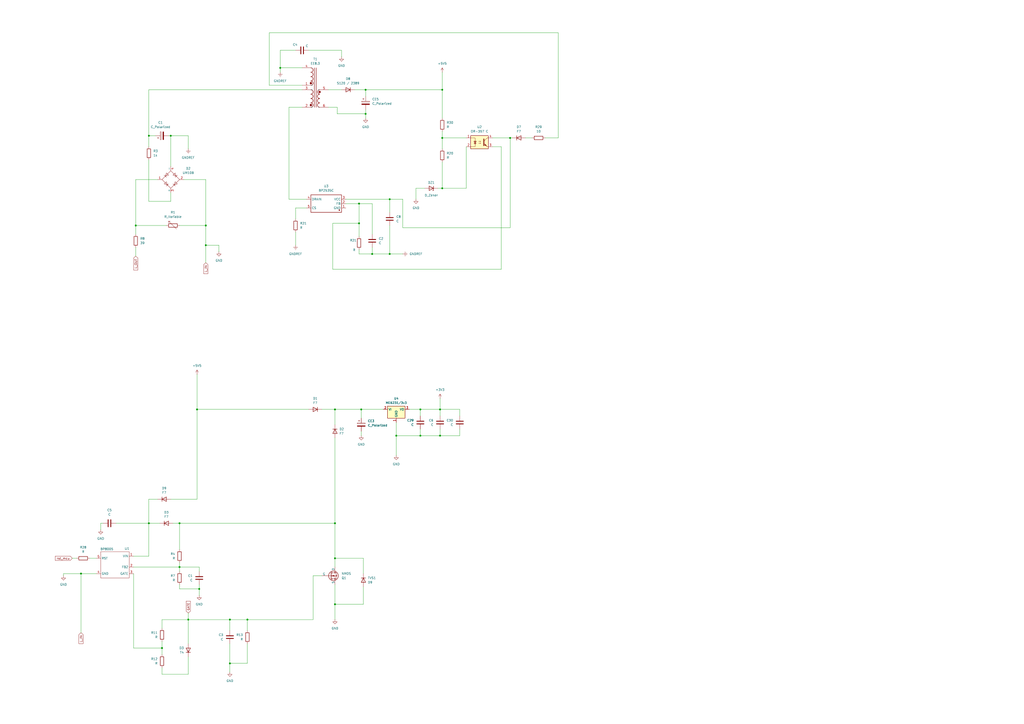
<source format=kicad_sch>
(kicad_sch (version 20250114) (generator "eeschema") (generator_version "9.0")
  (paper "A2")
  (lib_symbols
    (symbol "BP8005:BP2535C"
      (property "Reference" "U?" (at 0 0 0))
      (property "Value" "BP2535C" (at 0 0 0))
      (symbol "BP2535C_0_0"
        (rectangle (start -8.89 5.08) (end 8.89 -5.08) (stroke (width 0.254)))
        (circle (center -7.62 3.81) (radius 0.254) (stroke (width 0.254)) (fill (type outline)))
        (pin unspecified line (at -11.43 2.54 0) (length 2.54) (name "GND") (number "1"))
        (pin unspecified line (at -11.43 0 0) (length 2.54) (name "FB") (number "2"))
        (pin unspecified line (at -11.43 -2.54 0) (length 2.54) (name "VCC") (number "3"))
        (pin unspecified line (at 11.43 2.54 180) (length 2.54) (name "CS") (number "5"))
        (pin unspecified line (at 11.43 -2.54 180) (length 2.54) (name "DRAIN") (number "4"))
      )
    )
    (symbol "BP8005:BP8005"
      (property "Reference" "U" (at 0 0 0))
      (symbol "BP8005_0_1"
        (rectangle (start -7.62 -2.54) (end 8.89 -17.78))
      )
      (symbol "BP8005_1_1"
        (pin passive line (at -10.16 -5.08 0) (length 2.54) (name "VIN") (number "1"))
        (pin passive line (at -10.16 -11.43 0) (length 2.54) (name "FB2") (number "2"))
        (pin passive line (at -10.16 -15.24 0) (length 2.54) (name "GATE") (number "3"))
        (pin passive line (at 11.43 -6.35 180) (length 2.54) (name "RST") (number "5"))
        (pin passive line (at 11.43 -15.24 180) (length 2.54) (name "GND") (number "4"))
      )
    )
    (symbol "Device:C" (pin_numbers (hide yes)) (pin_names (offset 0.254))
      (property "Reference" "C" (at 0.635 2.54 0))
      (property "Value" "C" (at 0.635 -2.54 0))
      (symbol "C_0_1"
        (polyline (pts (xy -2.032 0.762) (xy 2.032 0.762)) (stroke (width 0.508)))
        (polyline (pts (xy -2.032 -0.762) (xy 2.032 -0.762)) (stroke (width 0.508)))
      )
      (symbol "C_1_1"
        (pin passive line (at 0 3.81 270) (length 2.794) (name "~") (number "1"))
        (pin passive line (at 0 -3.81 90) (length 2.794) (name "~") (number "2"))
      )
    )
    (symbol "Device:C_Polarized" (pin_numbers (hide yes)) (pin_names (offset 0.254))
      (property "Reference" "C" (at 0.635 2.54 0))
      (property "Value" "C_Polarized" (at 0.635 -2.54 0))
      (symbol "C_Polarized_0_1"
        (rectangle (start -2.286 0.508) (end 2.286 1.016))
        (polyline (pts (xy -1.778 2.286) (xy -0.762 2.286)))
        (polyline (pts (xy -1.27 2.794) (xy -1.27 1.778)))
        (rectangle (start 2.286 -0.508) (end -2.286 -1.016) (fill (type outline)))
      )
      (symbol "C_Polarized_1_1"
        (pin passive line (at 0 3.81 270) (length 2.794) (name "~") (number "1"))
        (pin passive line (at 0 -3.81 90) (length 2.794) (name "~") (number "2"))
      )
    )
    (symbol "Device:D" (pin_numbers (hide yes)) (pin_names (offset 1.016) (hide yes))
      (property "Reference" "D" (at 0 2.54 0))
      (property "Value" "D" (at 0 -2.54 0))
      (symbol "D_0_1"
        (polyline (pts (xy -1.27 1.27) (xy -1.27 -1.27)) (stroke (width 0.254)))
        (polyline (pts (xy 1.27 1.27) (xy 1.27 -1.27) (xy -1.27 0) (xy 1.27 1.27)) (stroke (width 0.254)))
        (polyline (pts (xy 1.27 0) (xy -1.27 0)))
      )
      (symbol "D_1_1"
        (pin passive line (at -3.81 0 0) (length 2.54) (name "K") (number "1"))
        (pin passive line (at 3.81 0 180) (length 2.54) (name "A") (number "2"))
      )
    )
    (symbol "Device:D_Zener" (pin_numbers (hide yes)) (pin_names (offset 1.016) (hide yes))
      (property "Reference" "D" (at 0 2.54 0))
      (property "Value" "D_Zener" (at 0 -2.54 0))
      (symbol "D_Zener_0_1"
        (polyline (pts (xy -1.27 -1.27) (xy -1.27 1.27) (xy -0.762 1.27)) (stroke (width 0.254)))
        (polyline (pts (xy 1.27 0) (xy -1.27 0)))
        (polyline (pts (xy 1.27 -1.27) (xy 1.27 1.27) (xy -1.27 0) (xy 1.27 -1.27)) (stroke (width 0.254)))
      )
      (symbol "D_Zener_1_1"
        (pin passive line (at -3.81 0 0) (length 2.54) (name "K") (number "1"))
        (pin passive line (at 3.81 0 180) (length 2.54) (name "A") (number "2"))
      )
    )
    (symbol "Device:R" (pin_numbers (hide yes)) (pin_names (offset 0))
      (property "Reference" "R" (at 2.032 0 90))
      (property "Value" "R" (at 0 0 90))
      (symbol "R_0_1"
        (rectangle (start -1.016 -2.54) (end 1.016 2.54) (stroke (width 0.254)))
      )
      (symbol "R_1_1"
        (pin passive line (at 0 3.81 270) (length 1.27) (name "~") (number "1"))
        (pin passive line (at 0 -3.81 90) (length 1.27) (name "~") (number "2"))
      )
    )
    (symbol "Device:R_Variable" (pin_numbers (hide yes)) (pin_names (offset 0))
      (property "Reference" "R" (at 2.54 -2.54 90))
      (property "Value" "R_Variable" (at -2.54 -1.27 90))
      (symbol "R_Variable_0_1"
        (rectangle (start -1.016 -2.54) (end 1.016 2.54) (stroke (width 0.254)))
        (polyline (pts (xy 2.54 1.524) (xy 2.54 2.54) (xy 1.524 2.54) (xy 2.54 2.54) (xy -2.032 -2.032)))
      )
      (symbol "R_Variable_1_1"
        (pin passive line (at 0 3.81 270) (length 1.27) (name "~") (number "1"))
        (pin passive line (at 0 -3.81 90) (length 1.27) (name "~") (number "2"))
      )
    )
    (symbol "Diode_Bridge:RMB4S" (pin_names (offset 0))
      (property "Reference" "D" (at 2.54 6.985 0))
      (property "Value" "RMB4S" (at 2.54 5.08 0))
      (symbol "RMB4S_0_1"
        (polyline (pts (xy -5.08 0) (xy 0 -5.08) (xy 5.08 0) (xy 0 5.08) (xy -5.08 0)))
        (polyline (pts (xy -3.81 2.54) (xy -2.54 1.27) (xy -1.905 3.175) (xy -3.81 2.54)))
        (polyline (pts (xy -2.54 3.81) (xy -1.27 2.54)))
        (polyline (pts (xy -2.54 -1.27) (xy -3.81 -2.54) (xy -1.905 -3.175) (xy -2.54 -1.27)))
        (polyline (pts (xy -1.27 -2.54) (xy -2.54 -3.81)))
        (polyline (pts (xy 1.27 2.54) (xy 2.54 3.81) (xy 3.175 1.905) (xy 1.27 2.54)))
        (polyline (pts (xy 2.54 1.27) (xy 3.81 2.54)))
        (polyline (pts (xy 2.54 -1.27) (xy 3.81 -2.54)))
        (polyline (pts (xy 3.175 -1.905) (xy 1.27 -2.54) (xy 2.54 -3.81) (xy 3.175 -1.905)))
      )
      (symbol "RMB4S_1_1"
        (pin passive line (at -7.62 0 0) (length 2.54) (name "-") (number "4"))
        (pin passive line (at 0 7.62 270) (length 2.54) (name "~") (number "2"))
        (pin passive line (at 0 -7.62 90) (length 2.54) (name "~") (number "1"))
        (pin passive line (at 7.62 0 180) (length 2.54) (name "+") (number "3"))
      )
    )
    (symbol "Isolator:SFH617A-1" (pin_names (offset 1.016))
      (property "Reference" "U" (at -5.08 5.08 0))
      (property "Value" "SFH617A-1" (at 0 5.08 0))
      (symbol "SFH617A-1_0_1"
        (rectangle (start -5.08 3.81) (end 5.08 -3.81) (stroke (width 0.254)) (fill (type background)))
        (polyline (pts (xy -5.08 2.54) (xy -2.54 2.54) (xy -2.54 -1.27) (xy -2.54 0.635)))
        (polyline (pts (xy -3.175 -0.635) (xy -1.905 -0.635)) (stroke (width 0.254)))
        (polyline (pts (xy -2.54 -0.635) (xy -2.54 -2.54) (xy -5.08 -2.54)))
        (polyline (pts (xy -2.54 -0.635) (xy -3.175 0.635) (xy -1.905 0.635) (xy -2.54 -0.635)) (stroke (width 0.254)))
        (polyline (pts (xy -0.508 0.508) (xy 0.762 0.508) (xy 0.381 0.381) (xy 0.381 0.635) (xy 0.762 0.508)))
        (polyline (pts (xy -0.508 -0.508) (xy 0.762 -0.508) (xy 0.381 -0.635) (xy 0.381 -0.381) (xy 0.762 -0.508)))
        (polyline (pts (xy 2.54 1.905) (xy 2.54 -1.905) (xy 2.54 -1.905)) (stroke (width 0.508)))
        (polyline (pts (xy 2.54 0.635) (xy 4.445 2.54)))
        (polyline (pts (xy 3.048 -1.651) (xy 3.556 -1.143) (xy 4.064 -2.159) (xy 3.048 -1.651) (xy 3.048 -1.651)) (fill (type outline)))
        (polyline (pts (xy 4.445 2.54) (xy 5.08 2.54)))
        (polyline (pts (xy 4.445 -2.54) (xy 2.54 -0.635)) (fill (type outline)))
        (polyline (pts (xy 4.445 -2.54) (xy 5.08 -2.54)))
      )
      (symbol "SFH617A-1_1_1"
        (pin passive line (at -7.62 2.54 0) (length 2.54) (name "~") (number "1"))
        (pin passive line (at -7.62 -2.54 0) (length 2.54) (name "~") (number "2"))
        (pin passive line (at 7.62 2.54 180) (length 2.54) (name "~") (number "4"))
        (pin passive line (at 7.62 -2.54 180) (length 2.54) (name "~") (number "3"))
      )
    )
    (symbol "Regulator_Linear:AMS1117-3.3"
      (property "Reference" "U4" (at 0 6.35 0))
      (property "Value" "ME6231/3v3" (at 0 3.81 0))
      (symbol "AMS1117-3.3_0_1"
        (rectangle (start -5.08 -5.08) (end 5.08 1.905) (stroke (width 0.254)) (fill (type background)))
      )
      (symbol "AMS1117-3.3_1_1"
        (pin power_in line (at -7.62 0 0) (length 2.54) (name "VI") (number "2"))
        (pin power_in line (at 0 -7.62 90) (length 2.54) (name "GND") (number "1"))
        (pin power_out line (at 7.62 0 180) (length 2.54) (name "VO") (number "3"))
      )
    )
    (symbol "Simulation_SPICE:NMOS" (pin_numbers (hide yes)) (pin_names (offset 0))
      (property "Reference" "Q" (at 5.08 1.27 0))
      (property "Value" "NMOS" (at 5.08 -1.27 0))
      (symbol "NMOS_0_1"
        (polyline (pts (xy 0.254 1.905) (xy 0.254 -1.905)) (stroke (width 0.254)))
        (polyline (pts (xy 0.254 0) (xy -2.54 0)))
        (polyline (pts (xy 0.762 2.286) (xy 0.762 1.27)) (stroke (width 0.254)))
        (polyline (pts (xy 0.762 0.508) (xy 0.762 -0.508)) (stroke (width 0.254)))
        (polyline (pts (xy 0.762 -1.27) (xy 0.762 -2.286)) (stroke (width 0.254)))
        (polyline (pts (xy 0.762 -1.778) (xy 3.302 -1.778) (xy 3.302 1.778) (xy 0.762 1.778)))
        (polyline (pts (xy 1.016 0) (xy 2.032 0.381) (xy 2.032 -0.381) (xy 1.016 0)) (fill (type outline)))
        (circle (center 1.651 0) (radius 2.794) (stroke (width 0.254)))
        (polyline (pts (xy 2.54 2.54) (xy 2.54 1.778)))
        (circle (center 2.54 1.778) (radius 0.254) (fill (type outline)))
        (circle (center 2.54 -1.778) (radius 0.254) (fill (type outline)))
        (polyline (pts (xy 2.54 -2.54) (xy 2.54 0) (xy 0.762 0)))
        (polyline (pts (xy 2.794 0.508) (xy 2.921 0.381) (xy 3.683 0.381) (xy 3.81 0.254)))
        (polyline (pts (xy 3.302 0.381) (xy 2.921 -0.254) (xy 3.683 -0.254) (xy 3.302 0.381)))
      )
      (symbol "NMOS_1_1"
        (pin input line (at -5.08 0 0) (length 2.54) (name "G") (number "2"))
        (pin passive line (at 2.54 5.08 270) (length 2.54) (name "D") (number "1"))
        (pin passive line (at 2.54 -5.08 90) (length 2.54) (name "S") (number "3"))
      )
    )
    (symbol "power:+3V3" (power) (pin_numbers (hide yes)) (pin_names (offset 0) (hide yes))
      (property "Value" "+3V3" (at 0 3.556 0))
      (symbol "+3V3_0_1"
        (polyline (pts (xy -0.762 1.27) (xy 0 2.54)))
        (polyline (pts (xy 0 2.54) (xy 0.762 1.27)))
        (polyline (pts (xy 0 0) (xy 0 2.54)))
      )
      (symbol "+3V3_1_1"
        (pin power_in line (at 0 0 90) (length 0) (name "~") (number "1"))
      )
    )
    (symbol "power:+5V" (power) (pin_numbers (hide yes)) (pin_names (offset 0) (hide yes))
      (property "Value" "+5V" (at 0 3.556 0))
      (symbol "+5V_0_1"
        (polyline (pts (xy -0.762 1.27) (xy 0 2.54)))
        (polyline (pts (xy 0 2.54) (xy 0.762 1.27)))
        (polyline (pts (xy 0 0) (xy 0 2.54)))
      )
      (symbol "+5V_1_1"
        (pin power_in line (at 0 0 90) (length 0) (name "~") (number "1"))
      )
    )
    (symbol "power:GND" (power) (pin_numbers (hide yes)) (pin_names (offset 0) (hide yes))
      (property "Value" "GND" (at 0 -3.81 0))
      (symbol "GND_0_1"
        (polyline (pts (xy 0 0) (xy 0 -1.27) (xy 1.27 -1.27) (xy 0 -2.54) (xy -1.27 -1.27) (xy 0 -1.27)))
      )
      (symbol "GND_1_1"
        (pin power_in line (at 0 0 270) (length 0) (name "~") (number "1"))
      )
    )
    (symbol "power:GNDREF" (power) (pin_numbers (hide yes)) (pin_names (offset 0) (hide yes))
      (property "Value" "GNDREF" (at 0 -3.81 0))
      (symbol "GNDREF_0_1"
        (polyline (pts (xy -0.635 -1.905) (xy 0.635 -1.905)))
        (polyline (pts (xy -0.127 -2.54) (xy 0.127 -2.54)))
        (polyline (pts (xy 0 -1.27) (xy 0 0)))
        (polyline (pts (xy 1.27 -1.27) (xy -1.27 -1.27)))
      )
      (symbol "GNDREF_1_1"
        (pin power_in line (at 0 0 270) (length 0) (name "~") (number "1"))
      )
    )
    (symbol "transformer_integrated_inductor:EE8.3"
      (property "Reference" "T1" (at 0 24.13 0))
      (property "Value" "EE8.3" (at 0 21.59 0))
      (symbol "EE8.3_0_0"
        (arc (start -1.27 17.78) (mid -1.642 16.882) (end -2.54 16.51) (stroke (width 0.254)))
        (arc (start -2.54 19.05) (mid -1.642 18.678) (end -1.27 17.78) (stroke (width 0.254)))
        (arc (start -1.27 15.24) (mid -1.642 14.342) (end -2.54 13.97) (stroke (width 0.254)))
        (arc (start -2.54 16.51) (mid -1.642 16.138) (end -1.27 15.24) (stroke (width 0.254)))
        (arc (start -1.27 12.7) (mid -1.642 11.802) (end -2.54 11.43) (stroke (width 0.254)))
        (arc (start -2.54 13.97) (mid -1.642 13.598) (end -1.27 12.7) (stroke (width 0.254)))
        (arc (start -1.27 10.16) (mid -1.642 9.262) (end -2.54 8.89) (stroke (width 0.254)))
        (arc (start -2.54 11.43) (mid -1.642 11.058) (end -1.27 10.16) (stroke (width 0.254)))
        (arc (start -1.27 5.08) (mid -1.642 4.182) (end -2.54 3.81) (stroke (width 0.254)))
        (arc (start -2.54 6.35) (mid -1.642 5.978) (end -1.27 5.08) (stroke (width 0.254)))
        (arc (start -1.27 2.54) (mid -1.642 1.642) (end -2.54 1.27) (stroke (width 0.254)))
        (arc (start -2.54 3.81) (mid -1.642 3.438) (end -1.27 2.54) (stroke (width 0.254)))
        (arc (start -1.27 0) (mid -1.642 -0.898) (end -2.54 -1.27) (stroke (width 0.254)))
        (arc (start -2.54 1.27) (mid -1.642 0.898) (end -1.27 0) (stroke (width 0.254)))
        (arc (start -1.27 -2.54) (mid -1.642 -3.438) (end -2.54 -3.81) (stroke (width 0.254)))
        (arc (start -2.54 -1.27) (mid -1.642 -1.642) (end -1.27 -2.54) (stroke (width 0.254)))
        (circle (center -2.54 10.16) (radius 0.508) (stroke (width 0.254)) (fill (type outline)))
        (circle (center -2.54 -2.54) (radius 0.508) (stroke (width 0.254)) (fill (type outline)))
        (polyline (pts (xy -0.508 -3.81) (xy -0.508 19.05)) (stroke (width 0.254)))
        (polyline (pts (xy 0.508 19.05) (xy 0.508 -3.81)) (stroke (width 0.254)))
        (circle (center 2.54 5.08) (radius 0.508) (stroke (width 0.254)) (fill (type outline)))
        (arc (start 1.27 2.54) (mid 1.642 3.438) (end 2.54 3.81) (stroke (width 0.254)))
        (arc (start 2.54 1.27) (mid 1.642 1.642) (end 1.27 2.54) (stroke (width 0.254)))
        (arc (start 1.27 0) (mid 1.642 0.898) (end 2.54 1.27) (stroke (width 0.254)))
        (arc (start 2.54 -1.27) (mid 1.642 -0.898) (end 1.27 0) (stroke (width 0.254)))
        (arc (start 1.27 -2.54) (mid 1.642 -1.642) (end 2.54 -1.27) (stroke (width 0.254)))
        (arc (start 2.54 -3.81) (mid 1.642 -3.438) (end 1.27 -2.54) (stroke (width 0.254)))
        (arc (start 1.2954 5.08) (mid 1.6674 5.9779) (end 2.5654 6.35) (stroke (width 0.254)))
        (arc (start 2.5654 3.81) (mid 1.6671 4.1818) (end 1.2954 5.08) (stroke (width 0.254)))
        (pin unspecified line (at -7.62 19.05 0) (length 5.08) (name "4") (number "4"))
      )
      (symbol "EE8.3_1_0"
        (pin unspecified line (at -7.62 8.89 0) (length 5.08) (name "3") (number "1"))
        (pin unspecified line (at -7.62 6.35 0) (length 5.08) (name "6") (number "3"))
        (pin unspecified line (at -7.62 -3.81 0) (length 5.08) (name "5") (number "2"))
        (pin unspecified line (at 7.62 6.35 180) (length 5.08) (name "2") (number "5"))
        (pin unspecified line (at 7.62 -3.81 180) (length 5.08) (name "1") (number "6"))
      )
    )
  )
  (junction (at 162.56 39.37))
  (junction (at 256.54 52.07))
  (junction (at 78.74 130.81))
  (junction (at 104.14 328.93))
  (junction (at 104.14 303.53))
  (junction (at 243.84 237.49))
  (junction (at 194.31 323.85))
  (junction (at 99.06 78.74))
  (junction (at 86.36 303.53))
  (junction (at 226.06 115.57))
  (junction (at 295.91 80.01))
  (junction (at 46.99 332.74))
  (junction (at 243.84 252.73))
  (junction (at 194.31 350.52))
  (junction (at 208.28 129.54))
  (junction (at 212.09 52.07))
  (junction (at 256.54 109.22))
  (junction (at 143.51 359.41))
  (junction (at 229.87 252.73))
  (junction (at 93.98 375.92))
  (junction (at 114.3 237.49))
  (junction (at 194.31 303.53))
  (junction (at 226.06 147.32))
  (junction (at 215.9 147.32))
  (junction (at 194.31 237.49))
  (junction (at 133.35 359.41))
  (junction (at 209.55 237.49))
  (junction (at 208.28 118.11))
  (junction (at 256.54 80.01))
  (junction (at 212.09 66.04))
  (junction (at 86.36 78.74))
  (junction (at 133.35 384.81))
  (junction (at 109.22 359.41))
  (junction (at 255.27 252.73))
  (junction (at 115.57 341.63))
  (junction (at 255.27 237.49))
  (junction (at 119.38 130.81))
  (junction (at 119.38 142.24))
  (wire (pts (xy 115.57 339.09) (xy 115.57 341.63)))
  (wire (pts (xy 209.55 237.49) (xy 222.25 237.49)))
  (wire (pts (xy 256.54 41.91) (xy 256.54 52.07)))
  (wire (pts (xy 143.51 384.81) (xy 143.51 373.38)))
  (wire (pts (xy 119.38 130.81) (xy 104.14 130.81)))
  (wire (pts (xy 181.61 359.41) (xy 143.51 359.41)))
  (wire (pts (xy 104.14 303.53) (xy 194.31 303.53)))
  (wire (pts (xy 109.22 391.16) (xy 93.98 391.16)))
  (wire (pts (xy 243.84 241.3) (xy 243.84 237.49)))
  (wire (pts (xy 226.06 147.32) (xy 233.68 147.32)))
  (wire (pts (xy 93.98 359.41) (xy 93.98 364.49)))
  (wire (pts (xy 256.54 80.01) (xy 256.54 86.36)))
  (wire (pts (xy 179.07 29.21) (xy 198.12 29.21)))
  (wire (pts (xy 212.09 52.07) (xy 205.74 52.07)))
  (wire (pts (xy 119.38 142.24) (xy 119.38 152.4)))
  (wire (pts (xy 193.04 156.21) (xy 290.83 156.21)))
  (wire (pts (xy 255.27 248.92) (xy 255.27 252.73)))
  (wire (pts (xy 100.33 303.53) (xy 104.14 303.53)))
  (wire (pts (xy 243.84 248.92) (xy 243.84 252.73)))
  (wire (pts (xy 115.57 331.47) (xy 115.57 328.93)))
  (wire (pts (xy 104.14 339.09) (xy 104.14 341.63)))
  (wire (pts (xy 316.23 80.01) (xy 323.85 80.01)))
  (wire (pts (xy 109.22 359.41) (xy 109.22 373.38)))
  (wire (pts (xy 171.45 120.65) (xy 177.8 120.65)))
  (wire (pts (xy 114.3 217.17) (xy 114.3 237.49)))
  (wire (pts (xy 133.35 384.81) (xy 133.35 389.89)))
  (wire (pts (xy 229.87 245.11) (xy 229.87 252.73)))
  (wire (pts (xy 143.51 384.81) (xy 133.35 384.81)))
  (wire (pts (xy 114.3 237.49) (xy 179.07 237.49)))
  (wire (pts (xy 208.28 144.78) (xy 208.28 147.32)))
  (wire (pts (xy 212.09 63.5) (xy 212.09 66.04)))
  (wire (pts (xy 109.22 355.6) (xy 109.22 359.41)))
  (wire (pts (xy 323.85 80.01) (xy 323.85 19.05)))
  (wire (pts (xy 90.17 78.74) (xy 86.36 78.74)))
  (wire (pts (xy 193.04 156.21) (xy 193.04 129.54)))
  (wire (pts (xy 255.27 252.73) (xy 243.84 252.73)))
  (wire (pts (xy 226.06 123.19) (xy 226.06 115.57)))
  (wire (pts (xy 93.98 375.92) (xy 93.98 379.73)))
  (wire (pts (xy 106.68 104.14) (xy 119.38 104.14)))
  (wire (pts (xy 195.58 66.04) (xy 212.09 66.04)))
  (wire (pts (xy 78.74 130.81) (xy 96.52 130.81)))
  (wire (pts (xy 78.74 135.89) (xy 78.74 130.81)))
  (wire (pts (xy 270.51 85.09) (xy 270.51 109.22)))
  (wire (pts (xy 215.9 135.89) (xy 215.9 118.11)))
  (wire (pts (xy 190.5 62.23) (xy 195.58 62.23)))
  (wire (pts (xy 208.28 118.11) (xy 200.66 118.11)))
  (wire (pts (xy 119.38 142.24) (xy 127 142.24)))
  (wire (pts (xy 115.57 328.93) (xy 104.14 328.93)))
  (wire (pts (xy 99.06 78.74) (xy 97.79 78.74)))
  (wire (pts (xy 190.5 52.07) (xy 198.12 52.07)))
  (wire (pts (xy 181.61 359.41) (xy 181.61 334.01)))
  (wire (pts (xy 295.91 132.08) (xy 233.68 132.08)))
  (wire (pts (xy 209.55 237.49) (xy 209.55 242.57)))
  (wire (pts (xy 86.36 78.74) (xy 86.36 85.09)))
  (wire (pts (xy 243.84 237.49) (xy 237.49 237.49)))
  (wire (pts (xy 167.64 115.57) (xy 177.8 115.57)))
  (wire (pts (xy 285.75 85.09) (xy 290.83 85.09)))
  (wire (pts (xy 104.14 328.93) (xy 104.14 331.47)))
  (wire (pts (xy 99.06 111.76) (xy 99.06 116.84)))
  (wire (pts (xy 195.58 62.23) (xy 195.58 66.04)))
  (wire (pts (xy 162.56 39.37) (xy 175.26 39.37)))
  (wire (pts (xy 210.82 332.74) (xy 210.82 323.85)))
  (wire (pts (xy 127 142.24) (xy 127 146.05)))
  (wire (pts (xy 208.28 137.16) (xy 208.28 129.54)))
  (wire (pts (xy 46.99 332.74) (xy 46.99 367.03)))
  (wire (pts (xy 186.69 237.49) (xy 194.31 237.49)))
  (wire (pts (xy 93.98 391.16) (xy 93.98 387.35)))
  (wire (pts (xy 86.36 116.84) (xy 86.36 92.71)))
  (wire (pts (xy 241.3 109.22) (xy 246.38 109.22)))
  (wire (pts (xy 86.36 52.07) (xy 86.36 78.74)))
  (wire (pts (xy 215.9 118.11) (xy 208.28 118.11)))
  (wire (pts (xy 226.06 115.57) (xy 233.68 115.57)))
  (wire (pts (xy 92.71 303.53) (xy 86.36 303.53)))
  (wire (pts (xy 99.06 78.74) (xy 109.22 78.74)))
  (wire (pts (xy 58.42 307.34) (xy 58.42 303.53)))
  (wire (pts (xy 194.31 237.49) (xy 194.31 246.38)))
  (wire (pts (xy 104.14 328.93) (xy 77.47 328.93)))
  (wire (pts (xy 114.3 289.56) (xy 99.06 289.56)))
  (wire (pts (xy 162.56 29.21) (xy 162.56 39.37)))
  (wire (pts (xy 304.8 80.01) (xy 308.61 80.01)))
  (wire (pts (xy 285.75 80.01) (xy 295.91 80.01)))
  (wire (pts (xy 241.3 115.57) (xy 241.3 109.22)))
  (wire (pts (xy 194.31 359.41) (xy 194.31 350.52)))
  (wire (pts (xy 194.31 303.53) (xy 194.31 323.85)))
  (wire (pts (xy 109.22 78.74) (xy 109.22 86.36)))
  (wire (pts (xy 171.45 134.62) (xy 171.45 142.24)))
  (wire (pts (xy 52.07 323.85) (xy 55.88 323.85)))
  (wire (pts (xy 193.04 129.54) (xy 208.28 129.54)))
  (wire (pts (xy 171.45 29.21) (xy 162.56 29.21)))
  (wire (pts (xy 295.91 80.01) (xy 297.18 80.01)))
  (wire (pts (xy 156.21 19.05) (xy 156.21 49.53)))
  (wire (pts (xy 93.98 372.11) (xy 93.98 375.92)))
  (wire (pts (xy 226.06 130.81) (xy 226.06 147.32)))
  (wire (pts (xy 256.54 93.98) (xy 256.54 109.22)))
  (wire (pts (xy 229.87 252.73) (xy 229.87 264.16)))
  (wire (pts (xy 171.45 127) (xy 171.45 120.65)))
  (wire (pts (xy 215.9 143.51) (xy 215.9 147.32)))
  (wire (pts (xy 67.31 303.53) (xy 86.36 303.53)))
  (wire (pts (xy 175.26 62.23) (xy 167.64 62.23)))
  (wire (pts (xy 162.56 41.91) (xy 162.56 39.37)))
  (wire (pts (xy 212.09 52.07) (xy 256.54 52.07)))
  (wire (pts (xy 208.28 129.54) (xy 208.28 118.11)))
  (wire (pts (xy 290.83 85.09) (xy 290.83 156.21)))
  (wire (pts (xy 119.38 130.81) (xy 119.38 142.24)))
  (wire (pts (xy 133.35 359.41) (xy 133.35 365.76)))
  (wire (pts (xy 194.31 350.52) (xy 210.82 350.52)))
  (wire (pts (xy 109.22 359.41) (xy 93.98 359.41)))
  (wire (pts (xy 143.51 365.76) (xy 143.51 359.41)))
  (wire (pts (xy 256.54 76.2) (xy 256.54 80.01)))
  (wire (pts (xy 212.09 66.04) (xy 212.09 68.58)))
  (wire (pts (xy 255.27 231.14) (xy 255.27 237.49)))
  (wire (pts (xy 156.21 49.53) (xy 175.26 49.53)))
  (wire (pts (xy 109.22 359.41) (xy 133.35 359.41)))
  (wire (pts (xy 194.31 254) (xy 194.31 303.53)))
  (wire (pts (xy 200.66 115.57) (xy 226.06 115.57)))
  (wire (pts (xy 226.06 147.32) (xy 215.9 147.32)))
  (wire (pts (xy 78.74 143.51) (xy 78.74 148.59)))
  (wire (pts (xy 175.26 52.07) (xy 86.36 52.07)))
  (wire (pts (xy 266.7 252.73) (xy 255.27 252.73)))
  (wire (pts (xy 323.85 19.05) (xy 156.21 19.05)))
  (wire (pts (xy 91.44 104.14) (xy 78.74 104.14)))
  (wire (pts (xy 255.27 237.49) (xy 266.7 237.49)))
  (wire (pts (xy 210.82 323.85) (xy 194.31 323.85)))
  (wire (pts (xy 209.55 250.19) (xy 209.55 252.73)))
  (wire (pts (xy 255.27 241.3) (xy 255.27 237.49)))
  (wire (pts (xy 194.31 339.09) (xy 194.31 350.52)))
  (wire (pts (xy 93.98 375.92) (xy 77.47 375.92)))
  (wire (pts (xy 233.68 132.08) (xy 233.68 115.57)))
  (wire (pts (xy 255.27 237.49) (xy 243.84 237.49)))
  (wire (pts (xy 167.64 62.23) (xy 167.64 115.57)))
  (wire (pts (xy 266.7 241.3) (xy 266.7 237.49)))
  (wire (pts (xy 109.22 381) (xy 109.22 391.16)))
  (wire (pts (xy 181.61 334.01) (xy 186.69 334.01)))
  (wire (pts (xy 86.36 303.53) (xy 86.36 322.58)))
  (wire (pts (xy 46.99 332.74) (xy 36.83 332.74)))
  (wire (pts (xy 194.31 237.49) (xy 209.55 237.49)))
  (wire (pts (xy 104.14 326.39) (xy 104.14 328.93)))
  (wire (pts (xy 256.54 52.07) (xy 256.54 68.58)))
  (wire (pts (xy 270.51 109.22) (xy 256.54 109.22)))
  (wire (pts (xy 104.14 303.53) (xy 104.14 318.77)))
  (wire (pts (xy 243.84 252.73) (xy 229.87 252.73)))
  (wire (pts (xy 77.47 375.92) (xy 77.47 332.74)))
  (wire (pts (xy 114.3 237.49) (xy 114.3 289.56)))
  (wire (pts (xy 133.35 373.38) (xy 133.35 384.81)))
  (wire (pts (xy 99.06 116.84) (xy 86.36 116.84)))
  (wire (pts (xy 91.44 289.56) (xy 86.36 289.56)))
  (wire (pts (xy 266.7 248.92) (xy 266.7 252.73)))
  (wire (pts (xy 208.28 147.32) (xy 215.9 147.32)))
  (wire (pts (xy 86.36 322.58) (xy 77.47 322.58)))
  (wire (pts (xy 143.51 359.41) (xy 133.35 359.41)))
  (wire (pts (xy 194.31 328.93) (xy 194.31 323.85)))
  (wire (pts (xy 198.12 29.21) (xy 198.12 33.02)))
  (wire (pts (xy 86.36 289.56) (xy 86.36 303.53)))
  (wire (pts (xy 55.88 332.74) (xy 46.99 332.74)))
  (wire (pts (xy 256.54 80.01) (xy 270.51 80.01)))
  (wire (pts (xy 78.74 104.14) (xy 78.74 130.81)))
  (wire (pts (xy 295.91 80.01) (xy 295.91 132.08)))
  (wire (pts (xy 115.57 341.63) (xy 115.57 345.44)))
  (wire (pts (xy 212.09 55.88) (xy 212.09 52.07)))
  (wire (pts (xy 210.82 350.52) (xy 210.82 340.36)))
  (wire (pts (xy 99.06 96.52) (xy 99.06 78.74)))
  (wire (pts (xy 119.38 104.14) (xy 119.38 130.81)))
  (wire (pts (xy 115.57 341.63) (xy 104.14 341.63)))
  (wire (pts (xy 254 109.22) (xy 256.54 109.22)))
  (wire (pts (xy 58.42 303.53) (xy 59.69 303.53)))
  (wire (pts (xy 36.83 332.74) (xy 36.83 334.01)))
  (wire (pts (xy 44.45 323.85) (xy 41.91 323.85)))
  (global_label "L_IN" (shape input) (at 119.38 152.4 270) (property "Intersheetrefs" "${INTERSHEET_REFS}" (effects (hide yes))))
  (global_label "rst_mcu" (shape input) (at 41.91 323.85 180) (property "Intersheetrefs" "${INTERSHEET_REFS}" (effects (hide yes))))
  (global_label "L_IN" (shape input) (at 46.99 367.03 270) (property "Intersheetrefs" "${INTERSHEET_REFS}" (effects (hide yes))))
  (global_label "GATE" (shape input) (at 109.22 355.6 90) (property "Intersheetrefs" "${INTERSHEET_REFS}" (effects (hide yes))))
  (global_label "L_OUT" (shape input) (at 78.74 148.59 270) (property "Intersheetrefs" "${INTERSHEET_REFS}" (effects (hide yes))))
  (symbol (lib_id "power:GNDREF") (at 233.68 147.32 90) (unit 1)
    (property "Reference" "#PWR07" (effects (hide yes)))
    (property "Value" "GNDREF" (at 237.49 147.3199 90) (effects (justify right)))
    (property "Description" "Power symbol creates a global label with name \"GNDREF\" , reference supply ground" (effects (hide yes)))
  )
  (symbol (lib_id "Device:R") (at 78.74 139.7 0) (unit 1)
    (property "Reference" "R8" (at 81.28 138.4299 0) (effects (justify left)))
    (property "Value" "39" (at 81.28 140.9699 0) (effects (justify left)))
    (property "Description" "Resistor" (effects (hide yes)))
  )
  (symbol (lib_id "Device:R") (at 208.28 140.97 0) (unit 1)
    (property "Reference" "R21" (at 202.946 139.446 0) (effects (justify left)))
    (property "Value" "R" (at 204.724 145.034 0) (effects (justify left)))
    (property "Description" "Resistor" (effects (hide yes)))
  )
  (symbol (lib_id "Simulation_SPICE:NMOS") (at 191.77 334.01 0) (unit 1)
    (property "Reference" "Q1" (at 198.12 335.2801 0) (effects (justify left)))
    (property "Value" "NMOS" (at 198.12 332.7401 0) (effects (justify left)))
    (property "Datasheet" "https://ngspice.sourceforge.io/docs/ngspice-html-manual/manual.xhtml#cha_MOSFETs" (effects (hide yes)))
    (property "Description" "N-MOSFET transistor, drain/source/gate" (effects (hide yes)))
    (property "Sim.Device" "NMOS" (effects (hide yes)))
    (property "Sim.Type" "VDMOS" (effects (hide yes)))
    (property "Sim.Pins" "1=D 2=G 3=S" (effects (hide yes)))
  )
  (symbol (lib_id "Device:D_Zener") (at 250.19 109.22 180) (unit 1)
    (property "Reference" "DZ1" (at 250.19 105.918 0))
    (property "Value" "D_Zener" (at 250.19 113.284 0))
    (property "Description" "Zener diode" (effects (hide yes)))
  )
  (symbol (lib_id "Regulator_Linear:AMS1117-3.3") (at 229.87 237.49 0) (unit 1)
    (property "Reference" "U4" (at 229.87 231.14 0))
    (property "Value" "ME6231/3v3" (at 229.87 233.68 0))
    (property "Footprint" "Package_TO_SOT_SMD:SOT-223-3_TabPin2" (effects (hide yes)))
    (property "Datasheet" "http://www.advanced-monolithic.com/pdf/ds1117.pdf" (effects (hide yes)))
    (property "Description" "1A Low Dropout regulator, positive, 3.3V fixed output, SOT-223" (effects (hide yes)))
  )
  (symbol (lib_id "power:GND") (at 241.3 115.57 0) (unit 1)
    (property "Reference" "#PWR03" (effects (hide yes)))
    (property "Value" "GND" (at 241.3 120.65 0))
    (property "Description" "Power symbol creates a global label with name \"GND\" , ground" (effects (hide yes)))
  )
  (symbol (lib_id "Device:R") (at 86.36 88.9 0) (unit 1)
    (property "Reference" "R3" (at 88.9 87.6299 0) (effects (justify left)))
    (property "Value" "1k" (at 88.9 90.1699 0) (effects (justify left)))
    (property "Description" "Resistor" (effects (hide yes)))
  )
  (symbol (lib_id "power:GND") (at 58.42 307.34 0) (mirror y) (unit 1)
    (property "Reference" "#PWR013" (effects (hide yes)))
    (property "Value" "GND" (at 58.42 312.42 0))
    (property "Description" "Power symbol creates a global label with name \"GND\" , ground" (effects (hide yes)))
  )
  (symbol (lib_id "power:GND") (at 115.57 345.44 0) (mirror y) (unit 1)
    (property "Reference" "#PWR012" (effects (hide yes)))
    (property "Value" "GND" (at 115.57 350.52 0))
    (property "Description" "Power symbol creates a global label with name \"GND\" , ground" (effects (hide yes)))
  )
  (symbol (lib_id "Device:R") (at 143.51 369.57 0) (mirror y) (unit 1)
    (property "Reference" "R13" (at 140.97 368.2999 0) (effects (justify left)))
    (property "Value" "R" (at 140.97 370.8399 0) (effects (justify left)))
    (property "Description" "Resistor" (effects (hide yes)))
  )
  (symbol (lib_id "Device:D") (at 210.82 336.55 90) (mirror x) (unit 1)
    (property "Reference" "D9" (at 213.36 337.8201 90) (effects (justify right)))
    (property "Value" "TVS1" (at 213.36 335.2801 90) (effects (justify right)))
    (property "Description" "Diode" (effects (hide yes)))
    (property "Sim.Device" "D" (effects (hide yes)))
    (property "Sim.Pins" "1=K 2=A" (effects (hide yes)))
  )
  (symbol (lib_id "power:GNDREF") (at 171.45 142.24 0) (unit 1)
    (property "Reference" "#PWR06" (effects (hide yes)))
    (property "Value" "GNDREF" (at 171.45 147.32 0))
    (property "Description" "Power symbol creates a global label with name \"GNDREF\" , reference supply ground" (effects (hide yes)))
  )
  (symbol (lib_id "power:GND") (at 133.35 389.89 0) (mirror y) (unit 1)
    (property "Reference" "#PWR09" (effects (hide yes)))
    (property "Value" "GND" (at 133.35 394.97 0))
    (property "Description" "Power symbol creates a global label with name \"GND\" , ground" (effects (hide yes)))
  )
  (symbol (lib_id "Device:D") (at 201.93 52.07 180) (unit 1)
    (property "Reference" "D8" (at 201.93 45.72 0))
    (property "Value" "S120 / 2389" (at 201.93 48.26 0))
    (property "Description" "Diode" (effects (hide yes)))
    (property "Sim.Device" "D" (effects (hide yes)))
    (property "Sim.Pins" "1=K 2=A" (effects (hide yes)))
  )
  (symbol (lib_id "Device:D") (at 300.99 80.01 0) (unit 1)
    (property "Reference" "D7" (at 300.99 73.66 0))
    (property "Value" "F7" (at 300.99 76.2 0))
    (property "Description" "Diode" (effects (hide yes)))
    (property "Sim.Device" "D" (effects (hide yes)))
    (property "Sim.Pins" "1=K 2=A" (effects (hide yes)))
  )
  (symbol (lib_id "Device:R") (at 256.54 90.17 0) (unit 1)
    (property "Reference" "R20" (at 259.08 88.8999 0) (effects (justify left)))
    (property "Value" "R" (at 259.08 91.4399 0) (effects (justify left)))
    (property "Description" "Resistor" (effects (hide yes)))
  )
  (symbol (lib_id "Device:C_Polarized") (at 212.09 59.69 0) (unit 1)
    (property "Reference" "CE5" (at 215.9 57.5309 0) (effects (justify left)))
    (property "Value" "C_Polarized" (at 215.9 60.0709 0) (effects (justify left)))
    (property "Description" "Polarized capacitor" (effects (hide yes)))
  )
  (symbol (lib_id "Diode_Bridge:RMB4S") (at 99.06 104.14 270) (unit 1)
    (property "Reference" "D2" (at 109.22 97.7198 90))
    (property "Value" "UM10B" (at 109.22 100.2598 90))
    (property "Footprint" "Package_TO_SOT_SMD:TO-269AA" (effects (hide yes)))
    (property "Datasheet" "http://www.vishay.com/docs/88705/rmbs.pdf" (effects (hide yes)))
    (property "Description" "Miniature Glass Passivated Single-Phase Surface Mount Bridge Rectifiers, 280V Vrms, 0.5A If, TO-269AA" (effects (hide yes)))
  )
  (symbol (lib_id "Device:C") (at 133.35 369.57 0) (mirror x) (unit 1)
    (property "Reference" "C3" (at 129.54 368.2999 0) (effects (justify right)))
    (property "Value" "C" (at 129.54 370.8399 0) (effects (justify right)))
    (property "Description" "Unpolarized capacitor" (effects (hide yes)))
  )
  (symbol (lib_id "power:GNDREF") (at 109.22 86.36 0) (unit 1)
    (property "Reference" "#PWR05" (effects (hide yes)))
    (property "Value" "GNDREF" (at 109.22 91.44 0))
    (property "Description" "Power symbol creates a global label with name \"GNDREF\" , reference supply ground" (effects (hide yes)))
  )
  (symbol (lib_id "Device:C") (at 266.7 245.11 0) (mirror x) (unit 1)
    (property "Reference" "C30" (at 262.89 243.8399 0) (effects (justify right)))
    (property "Value" "C" (at 262.89 246.3799 0) (effects (justify right)))
    (property "Description" "Unpolarized capacitor" (effects (hide yes)))
  )
  (symbol (lib_id "BP8005:BP8005") (at 67.31 317.5 0) (mirror y) (unit 1)
    (property "Reference" "U1" (at 73.66 318.262 0))
    (property "Value" "BP8005" (at 61.976 318.516 0))
  )
  (symbol (lib_id "Device:D") (at 95.25 289.56 0) (mirror x) (unit 1)
    (property "Reference" "D9" (at 95.25 283.21 0))
    (property "Value" "F7" (at 95.25 285.75 0))
    (property "Description" "Diode" (effects (hide yes)))
    (property "Sim.Device" "D" (effects (hide yes)))
    (property "Sim.Pins" "1=K 2=A" (effects (hide yes)))
  )
  (symbol (lib_id "power:GND") (at 194.31 359.41 0) (mirror y) (unit 1)
    (property "Reference" "#PWR010" (effects (hide yes)))
    (property "Value" "GND" (at 194.31 364.49 0))
    (property "Description" "Power symbol creates a global label with name \"GND\" , ground" (effects (hide yes)))
  )
  (symbol (lib_id "power:GND") (at 127 146.05 0) (unit 1)
    (property "Reference" "#PWR04" (effects (hide yes)))
    (property "Value" "GND" (at 127 151.13 0))
    (property "Description" "Power symbol creates a global label with name \"GND\" , ground" (effects (hide yes)))
  )
  (symbol (lib_id "Device:C") (at 215.9 139.7 180) (unit 1)
    (property "Reference" "C2" (at 219.71 138.4299 0) (effects (justify right)))
    (property "Value" "C" (at 219.71 140.9699 0) (effects (justify right)))
    (property "Description" "Unpolarized capacitor" (effects (hide yes)))
  )
  (symbol (lib_id "Device:C") (at 255.27 245.11 0) (mirror x) (unit 1)
    (property "Reference" "C6" (at 251.46 243.8399 0) (effects (justify right)))
    (property "Value" "C" (at 251.46 246.3799 0) (effects (justify right)))
    (property "Description" "Unpolarized capacitor" (effects (hide yes)))
  )
  (symbol (lib_id "power:GND") (at 212.09 68.58 0) (unit 1)
    (property "Reference" "#PWR02" (effects (hide yes)))
    (property "Value" "GND" (at 212.09 73.66 0))
    (property "Description" "Power symbol creates a global label with name \"GND\" , ground" (effects (hide yes)))
  )
  (symbol (lib_id "Device:C") (at 115.57 335.28 0) (mirror x) (unit 1)
    (property "Reference" "C1" (at 111.76 334.0099 0) (effects (justify right)))
    (property "Value" "C" (at 111.76 336.5499 0) (effects (justify right)))
    (property "Description" "Unpolarized capacitor" (effects (hide yes)))
  )
  (symbol (lib_id "Device:C") (at 226.06 127 180) (unit 1)
    (property "Reference" "C8" (at 229.87 125.7299 0) (effects (justify right)))
    (property "Value" "C" (at 229.87 128.2699 0) (effects (justify right)))
    (property "Description" "Unpolarized capacitor" (effects (hide yes)))
  )
  (symbol (lib_id "Device:R") (at 104.14 335.28 0) (mirror y) (unit 1)
    (property "Reference" "R7" (at 101.6 334.0099 0) (effects (justify left)))
    (property "Value" "R" (at 101.6 336.5499 0) (effects (justify left)))
    (property "Description" "Resistor" (effects (hide yes)))
  )
  (symbol (lib_id "power:+3V3") (at 255.27 231.14 0) (unit 1)
    (property "Reference" "#PWR016" (effects (hide yes)))
    (property "Value" "+3V3" (at 255.27 226.06 0))
    (property "Description" "Power symbol creates a global label with name \"+3V3\"" (effects (hide yes)))
  )
  (symbol (lib_id "power:+5V") (at 114.3 217.17 0) (unit 1)
    (property "Reference" "#PWR018" (effects (hide yes)))
    (property "Value" "+5V5" (at 114.3 212.09 0))
    (property "Description" "Power symbol creates a global label with name \"+5V\"" (effects (hide yes)))
  )
  (symbol (lib_id "Device:R") (at 93.98 368.3 0) (mirror y) (unit 1)
    (property "Reference" "R11" (at 91.44 367.0299 0) (effects (justify left)))
    (property "Value" "R" (at 91.44 369.5699 0) (effects (justify left)))
    (property "Description" "Resistor" (effects (hide yes)))
  )
  (symbol (lib_id "Device:R") (at 171.45 130.81 0) (unit 1)
    (property "Reference" "R21" (at 173.99 129.5399 0) (effects (justify left)))
    (property "Value" "R" (at 173.99 132.0799 0) (effects (justify left)))
    (property "Description" "Resistor" (effects (hide yes)))
  )
  (symbol (lib_id "Device:R") (at 48.26 323.85 270) (mirror x) (unit 1)
    (property "Reference" "R28" (at 48.26 317.5 90))
    (property "Value" "R" (at 48.26 320.04 90))
    (property "Description" "Resistor" (effects (hide yes)))
  )
  (symbol (lib_id "Device:R") (at 93.98 383.54 0) (mirror y) (unit 1)
    (property "Reference" "R12" (at 91.44 382.2699 0) (effects (justify left)))
    (property "Value" "R" (at 91.44 384.8099 0) (effects (justify left)))
    (property "Description" "Resistor" (effects (hide yes)))
  )
  (symbol (lib_id "Device:C") (at 243.84 245.11 0) (mirror x) (unit 1)
    (property "Reference" "C29" (at 240.03 243.8399 0) (effects (justify right)))
    (property "Value" "C" (at 240.03 246.3799 0) (effects (justify right)))
    (property "Description" "Unpolarized capacitor" (effects (hide yes)))
  )
  (symbol (lib_id "power:GND") (at 209.55 252.73 0) (mirror y) (unit 1)
    (property "Reference" "#PWR014" (effects (hide yes)))
    (property "Value" "GND" (at 209.55 257.81 0))
    (property "Description" "Power symbol creates a global label with name \"GND\" , ground" (effects (hide yes)))
  )
  (symbol (lib_id "Device:R") (at 256.54 72.39 0) (unit 1)
    (property "Reference" "R30" (at 259.08 71.1199 0) (effects (justify left)))
    (property "Value" "R" (at 259.08 73.6599 0) (effects (justify left)))
    (property "Description" "Resistor" (effects (hide yes)))
  )
  (symbol (lib_id "Isolator:SFH617A-1") (at 278.13 82.55 0) (unit 1)
    (property "Reference" "U2" (at 278.13 73.66 0))
    (property "Value" "OR-357 C" (at 278.13 76.2 0))
    (property "Footprint" "Package_DIP:DIP-4_W7.62mm" (effects (hide yes)))
    (property "Datasheet" "http://www.vishay.com/docs/83740/sfh617a.pdf" (effects (hide yes)))
    (property "Description" "Optocoupler, Phototransistor Output, 5300 VRMS, VCEO 70V, CTR% 40-80, -55 to +110 degree Celsius, UL, BSI, FIMKO, cUL, THT PDIP-4" (effects (hide yes)))
  )
  (symbol (lib_id "BP8005:BP2535C") (at 189.23 118.11 180) (unit 1)
    (property "Reference" "U3" (at 189.23 107.95 0))
    (property "Value" "BP2535C" (at 189.23 110.49 0))
    (property "Manufacturer Part" "BP2535C" (effects (hide yes)))
    (property "Manufacturer" "BPS(上海晶丰明源)" (effects (hide yes)))
    (property "Supplier Part" "C5119895" (effects (hide yes)))
    (property "Supplier" "LCSC" (effects (hide yes)))
  )
  (symbol (lib_id "power:GND") (at 36.83 334.01 0) (mirror y) (unit 1)
    (property "Reference" "#PWR01" (effects (hide yes)))
    (property "Value" "GND" (at 36.83 339.09 0))
    (property "Description" "Power symbol creates a global label with name \"GND\" , ground" (effects (hide yes)))
  )
  (symbol (lib_id "Device:D") (at 109.22 377.19 270) (mirror x) (unit 1)
    (property "Reference" "D3" (at 106.68 375.9199 90) (effects (justify right)))
    (property "Value" "T4" (at 106.68 378.4599 90) (effects (justify right)))
    (property "Description" "Diode" (effects (hide yes)))
    (property "Sim.Device" "D" (effects (hide yes)))
    (property "Sim.Pins" "1=K 2=A" (effects (hide yes)))
  )
  (symbol (lib_id "Device:C_Polarized") (at 93.98 78.74 90) (unit 1)
    (property "Reference" "C1" (at 93.091 71.12 90))
    (property "Value" "C_Polarized" (at 93.091 73.66 90))
    (property "Description" "Polarized capacitor" (effects (hide yes)))
  )
  (symbol (lib_id "Device:R_Variable") (at 100.33 130.81 90) (unit 1)
    (property "Reference" "R1" (at 100.33 123.19 90))
    (property "Value" "R_Variable" (at 100.33 125.73 90))
    (property "Description" "Variable resistor" (effects (hide yes)))
  )
  (symbol (lib_id "Device:C") (at 63.5 303.53 90) (mirror x) (unit 1)
    (property "Reference" "C5" (at 63.5 295.91 90))
    (property "Value" "C" (at 63.5 298.45 90))
    (property "Description" "Unpolarized capacitor" (effects (hide yes)))
  )
  (symbol (lib_id "Device:D") (at 182.88 237.49 180) (unit 1)
    (property "Reference" "D1" (at 182.88 231.14 0))
    (property "Value" "F7" (at 182.88 233.68 0))
    (property "Description" "Diode" (effects (hide yes)))
    (property "Sim.Device" "D" (effects (hide yes)))
    (property "Sim.Pins" "1=K 2=A" (effects (hide yes)))
  )
  (symbol (lib_id "Device:D") (at 96.52 303.53 0) (mirror x) (unit 1)
    (property "Reference" "D3" (at 96.52 297.18 0))
    (property "Value" "F7" (at 96.52 299.72 0))
    (property "Description" "Diode" (effects (hide yes)))
    (property "Sim.Device" "D" (effects (hide yes)))
    (property "Sim.Pins" "1=K 2=A" (effects (hide yes)))
  )
  (symbol (lib_id "Device:D") (at 194.31 250.19 270) (unit 1)
    (property "Reference" "D2" (at 196.85 248.9199 90) (effects (justify left)))
    (property "Value" "F7" (at 196.85 251.4599 90) (effects (justify left)))
    (property "Description" "Diode" (effects (hide yes)))
    (property "Sim.Device" "D" (effects (hide yes)))
    (property "Sim.Pins" "1=K 2=A" (effects (hide yes)))
  )
  (symbol (lib_id "Device:C") (at 175.26 29.21 90) (unit 1)
    (property "Reference" "C4" (at 171.196 25.908 90))
    (property "Value" "C" (at 178.054 26.67 90))
    (property "Description" "Unpolarized capacitor" (effects (hide yes)))
  )
  (symbol (lib_id "transformer_integrated_inductor:EE8.3") (at 182.88 58.42 0) (unit 1)
    (property "Reference" "T1" (at 182.88 34.29 0))
    (property "Value" "EE8.3" (at 182.88 36.83 0))
  )
  (symbol (lib_id "power:GND") (at 198.12 33.02 0) (unit 1)
    (property "Reference" "#PWR011" (effects (hide yes)))
    (property "Value" "GND" (at 198.12 38.1 0))
    (property "Description" "Power symbol creates a global label with name \"GND\" , ground" (effects (hide yes)))
  )
  (symbol (lib_id "power:+5V") (at 256.54 41.91 0) (unit 1)
    (property "Reference" "#PWR017" (effects (hide yes)))
    (property "Value" "+5V5" (at 256.54 36.83 0))
    (property "Description" "Power symbol creates a global label with name \"+5V\"" (effects (hide yes)))
  )
  (symbol (lib_id "Device:C_Polarized") (at 209.55 246.38 0) (unit 1)
    (property "Reference" "CE3" (at 213.36 244.2209 0) (effects (justify left)))
    (property "Value" "C_Polarized" (at 213.36 246.7609 0) (effects (justify left)))
    (property "Description" "Polarized capacitor" (effects (hide yes)))
  )
  (symbol (lib_id "power:GNDREF") (at 162.56 41.91 0) (unit 1)
    (property "Reference" "#PWR08" (effects (hide yes)))
    (property "Value" "GNDREF" (at 162.56 46.99 0))
    (property "Description" "Power symbol creates a global label with name \"GNDREF\" , reference supply ground" (effects (hide yes)))
  )
  (symbol (lib_id "power:GND") (at 229.87 264.16 0) (mirror y) (unit 1)
    (property "Reference" "#PWR015" (effects (hide yes)))
    (property "Value" "GND" (at 229.87 269.24 0))
    (property "Description" "Power symbol creates a global label with name \"GND\" , ground" (effects (hide yes)))
  )
  (symbol (lib_id "Device:R") (at 312.42 80.01 90) (unit 1)
    (property "Reference" "R29" (at 312.42 73.66 90))
    (property "Value" "10" (at 312.42 76.2 90))
    (property "Description" "Resistor" (effects (hide yes)))
  )
  (symbol (lib_id "Device:R") (at 104.14 322.58 0) (mirror y) (unit 1)
    (property "Reference" "R4" (at 101.6 321.3099 0) (effects (justify left)))
    (property "Value" "R" (at 101.6 323.8499 0) (effects (justify left)))
    (property "Description" "Resistor" (effects (hide yes)))
  )
)
</source>
